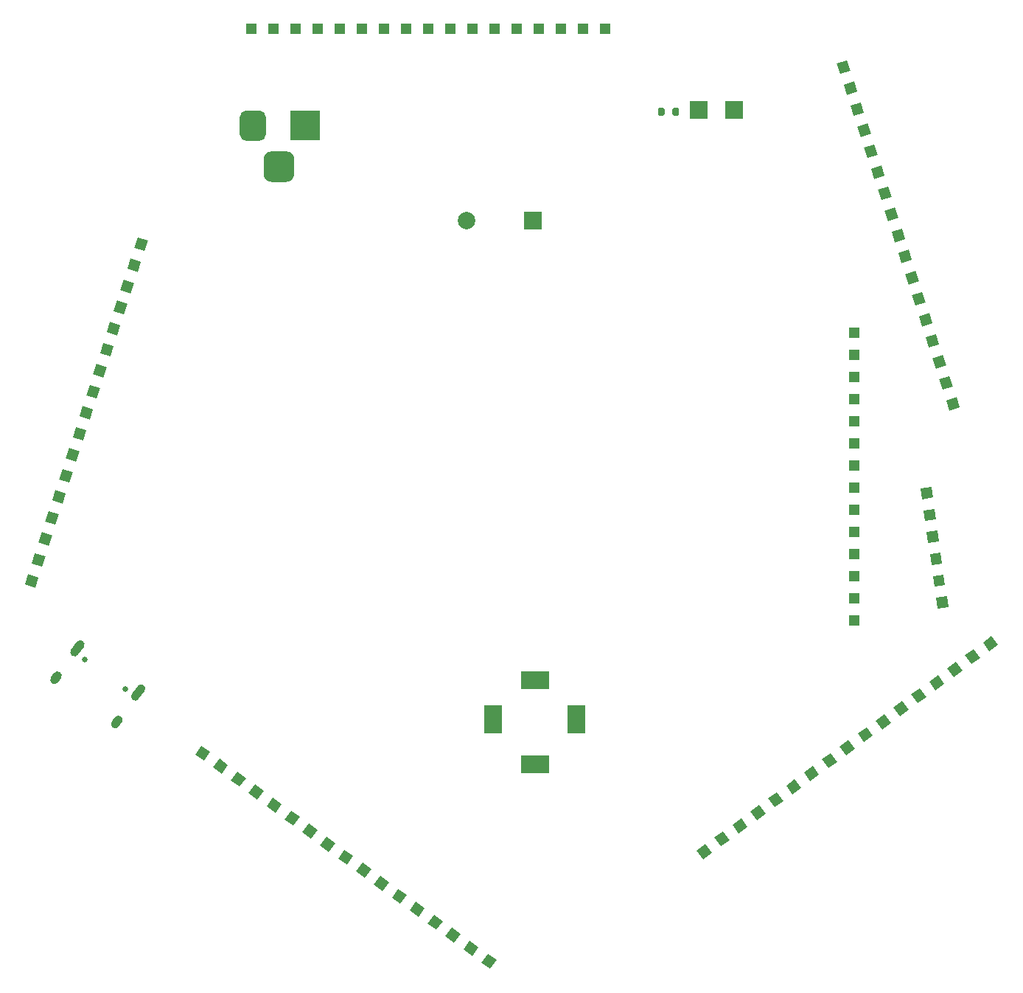
<source format=gbr>
%TF.GenerationSoftware,KiCad,Pcbnew,(5.1.7-0-10_14)*%
%TF.CreationDate,2021-04-06T14:52:43+02:00*%
%TF.ProjectId,Octogone_Sans_Regle,4f63746f-676f-46e6-955f-53616e735f52,rev?*%
%TF.SameCoordinates,Original*%
%TF.FileFunction,Soldermask,Top*%
%TF.FilePolarity,Negative*%
%FSLAX46Y46*%
G04 Gerber Fmt 4.6, Leading zero omitted, Abs format (unit mm)*
G04 Created by KiCad (PCBNEW (5.1.7-0-10_14)) date 2021-04-06 14:52:43*
%MOMM*%
%LPD*%
G01*
G04 APERTURE LIST*
%ADD10C,0.100000*%
%ADD11R,1.250000X1.250000*%
%ADD12C,0.650000*%
%ADD13R,2.000000X2.000000*%
%ADD14C,2.000000*%
%ADD15R,3.200000X2.000000*%
%ADD16R,2.000000X3.200000*%
%ADD17R,3.500000X3.500000*%
G04 APERTURE END LIST*
D10*
%TO.C,J2*%
G36*
X170665475Y-110348650D02*
G01*
X171903310Y-110174683D01*
X172077277Y-111412518D01*
X170839442Y-111586485D01*
X170665475Y-110348650D01*
G37*
G36*
X170311975Y-107833370D02*
G01*
X171549810Y-107659403D01*
X171723777Y-108897238D01*
X170485942Y-109071205D01*
X170311975Y-107833370D01*
G37*
G36*
X169958475Y-105318089D02*
G01*
X171196310Y-105144122D01*
X171370277Y-106381957D01*
X170132442Y-106555924D01*
X169958475Y-105318089D01*
G37*
G36*
X171372474Y-115379212D02*
G01*
X172610309Y-115205245D01*
X172784276Y-116443080D01*
X171546441Y-116617047D01*
X171372474Y-115379212D01*
G37*
G36*
X171725974Y-117894493D02*
G01*
X172963809Y-117720526D01*
X173137776Y-118958361D01*
X171899941Y-119132328D01*
X171725974Y-117894493D01*
G37*
G36*
X171018974Y-112863931D02*
G01*
X172256809Y-112689964D01*
X172430776Y-113927799D01*
X171192941Y-114101766D01*
X171018974Y-112863931D01*
G37*
%TD*%
%TO.C,P3*%
G36*
X121232323Y-159462552D02*
G01*
X120497592Y-160473823D01*
X119486321Y-159739092D01*
X120221052Y-158727821D01*
X121232323Y-159462552D01*
G37*
G36*
X119177420Y-157969577D02*
G01*
X118442689Y-158980848D01*
X117431418Y-158246117D01*
X118166149Y-157234846D01*
X119177420Y-157969577D01*
G37*
G36*
X117122517Y-156476603D02*
G01*
X116387786Y-157487874D01*
X115376515Y-156753143D01*
X116111246Y-155741872D01*
X117122517Y-156476603D01*
G37*
G36*
X115067614Y-154983628D02*
G01*
X114332883Y-155994899D01*
X113321612Y-155260168D01*
X114056343Y-154248897D01*
X115067614Y-154983628D01*
G37*
G36*
X113012710Y-153490654D02*
G01*
X112277979Y-154501925D01*
X111266708Y-153767194D01*
X112001439Y-152755923D01*
X113012710Y-153490654D01*
G37*
G36*
X110957807Y-151997679D02*
G01*
X110223076Y-153008950D01*
X109211805Y-152274219D01*
X109946536Y-151262948D01*
X110957807Y-151997679D01*
G37*
G36*
X108902904Y-150504705D02*
G01*
X108168173Y-151515976D01*
X107156902Y-150781245D01*
X107891633Y-149769974D01*
X108902904Y-150504705D01*
G37*
G36*
X106848001Y-149011730D02*
G01*
X106113270Y-150023001D01*
X105101999Y-149288270D01*
X105836730Y-148276999D01*
X106848001Y-149011730D01*
G37*
G36*
X104793098Y-147518756D02*
G01*
X104058367Y-148530027D01*
X103047096Y-147795296D01*
X103781827Y-146784025D01*
X104793098Y-147518756D01*
G37*
G36*
X102738195Y-146025781D02*
G01*
X102003464Y-147037052D01*
X100992193Y-146302321D01*
X101726924Y-145291050D01*
X102738195Y-146025781D01*
G37*
G36*
X100683291Y-144532807D02*
G01*
X99948560Y-145544078D01*
X98937289Y-144809347D01*
X99672020Y-143798076D01*
X100683291Y-144532807D01*
G37*
G36*
X98628388Y-143039832D02*
G01*
X97893657Y-144051103D01*
X96882386Y-143316372D01*
X97617117Y-142305101D01*
X98628388Y-143039832D01*
G37*
G36*
X96573485Y-141546858D02*
G01*
X95838754Y-142558129D01*
X94827483Y-141823398D01*
X95562214Y-140812127D01*
X96573485Y-141546858D01*
G37*
G36*
X94518582Y-140053883D02*
G01*
X93783851Y-141065154D01*
X92772580Y-140330423D01*
X93507311Y-139319152D01*
X94518582Y-140053883D01*
G37*
G36*
X92463679Y-138560908D02*
G01*
X91728948Y-139572179D01*
X90717677Y-138837448D01*
X91452408Y-137826177D01*
X92463679Y-138560908D01*
G37*
G36*
X90408776Y-137067934D02*
G01*
X89674045Y-138079205D01*
X88662774Y-137344474D01*
X89397505Y-136333203D01*
X90408776Y-137067934D01*
G37*
G36*
X88353872Y-135574959D02*
G01*
X87619141Y-136586230D01*
X86607870Y-135851499D01*
X87342601Y-134840228D01*
X88353872Y-135574959D01*
G37*
%TD*%
%TO.C,P1*%
G36*
X160332745Y-56576674D02*
G01*
X161521566Y-56190403D01*
X161907837Y-57379224D01*
X160719016Y-57765495D01*
X160332745Y-56576674D01*
G37*
G36*
X161117648Y-58992358D02*
G01*
X162306469Y-58606087D01*
X162692740Y-59794908D01*
X161503919Y-60181179D01*
X161117648Y-58992358D01*
G37*
G36*
X161902551Y-61408041D02*
G01*
X163091372Y-61021770D01*
X163477643Y-62210591D01*
X162288822Y-62596862D01*
X161902551Y-61408041D01*
G37*
G36*
X162687454Y-63823725D02*
G01*
X163876275Y-63437454D01*
X164262546Y-64626275D01*
X163073725Y-65012546D01*
X162687454Y-63823725D01*
G37*
G36*
X163472358Y-66239408D02*
G01*
X164661179Y-65853137D01*
X165047450Y-67041958D01*
X163858629Y-67428229D01*
X163472358Y-66239408D01*
G37*
G36*
X164257261Y-68655092D02*
G01*
X165446082Y-68268821D01*
X165832353Y-69457642D01*
X164643532Y-69843913D01*
X164257261Y-68655092D01*
G37*
G36*
X165042164Y-71070775D02*
G01*
X166230985Y-70684504D01*
X166617256Y-71873325D01*
X165428435Y-72259596D01*
X165042164Y-71070775D01*
G37*
G36*
X165827067Y-73486459D02*
G01*
X167015888Y-73100188D01*
X167402159Y-74289009D01*
X166213338Y-74675280D01*
X165827067Y-73486459D01*
G37*
G36*
X166611970Y-75902142D02*
G01*
X167800791Y-75515871D01*
X168187062Y-76704692D01*
X166998241Y-77090963D01*
X166611970Y-75902142D01*
G37*
G36*
X167396873Y-78317826D02*
G01*
X168585694Y-77931555D01*
X168971965Y-79120376D01*
X167783144Y-79506647D01*
X167396873Y-78317826D01*
G37*
G36*
X168181777Y-80733510D02*
G01*
X169370598Y-80347239D01*
X169756869Y-81536060D01*
X168568048Y-81922331D01*
X168181777Y-80733510D01*
G37*
G36*
X168966680Y-83149193D02*
G01*
X170155501Y-82762922D01*
X170541772Y-83951743D01*
X169352951Y-84338014D01*
X168966680Y-83149193D01*
G37*
G36*
X169751583Y-85564877D02*
G01*
X170940404Y-85178606D01*
X171326675Y-86367427D01*
X170137854Y-86753698D01*
X169751583Y-85564877D01*
G37*
G36*
X170536486Y-87980560D02*
G01*
X171725307Y-87594289D01*
X172111578Y-88783110D01*
X170922757Y-89169381D01*
X170536486Y-87980560D01*
G37*
G36*
X171321389Y-90396244D02*
G01*
X172510210Y-90009973D01*
X172896481Y-91198794D01*
X171707660Y-91585065D01*
X171321389Y-90396244D01*
G37*
G36*
X172106292Y-92811927D02*
G01*
X173295113Y-92425656D01*
X173681384Y-93614477D01*
X172492563Y-94000748D01*
X172106292Y-92811927D01*
G37*
G36*
X172891196Y-95227611D02*
G01*
X174080017Y-94841340D01*
X174466288Y-96030161D01*
X173277467Y-96416432D01*
X172891196Y-95227611D01*
G37*
%TD*%
D11*
%TO.C,P5*%
X93040000Y-52600000D03*
X95580000Y-52600000D03*
X98120000Y-52600000D03*
X100660000Y-52600000D03*
X103200000Y-52600000D03*
X105740000Y-52600000D03*
X108280000Y-52600000D03*
X110820000Y-52600000D03*
X113360000Y-52600000D03*
X115900000Y-52600000D03*
X118440000Y-52600000D03*
X120980000Y-52600000D03*
X123520000Y-52600000D03*
X126060000Y-52600000D03*
X128600000Y-52600000D03*
X131140000Y-52600000D03*
X133680000Y-52600000D03*
%TD*%
D10*
%TO.C,P4*%
G36*
X178122498Y-122267922D02*
G01*
X178857229Y-123279193D01*
X177845958Y-124013924D01*
X177111227Y-123002653D01*
X178122498Y-122267922D01*
G37*
G36*
X176067595Y-123760897D02*
G01*
X176802326Y-124772168D01*
X175791055Y-125506899D01*
X175056324Y-124495628D01*
X176067595Y-123760897D01*
G37*
G36*
X174012692Y-125253871D02*
G01*
X174747423Y-126265142D01*
X173736152Y-126999873D01*
X173001421Y-125988602D01*
X174012692Y-125253871D01*
G37*
G36*
X171957789Y-126746846D02*
G01*
X172692520Y-127758117D01*
X171681249Y-128492848D01*
X170946518Y-127481577D01*
X171957789Y-126746846D01*
G37*
G36*
X169902885Y-128239820D02*
G01*
X170637616Y-129251091D01*
X169626345Y-129985822D01*
X168891614Y-128974551D01*
X169902885Y-128239820D01*
G37*
G36*
X167847982Y-129732795D02*
G01*
X168582713Y-130744066D01*
X167571442Y-131478797D01*
X166836711Y-130467526D01*
X167847982Y-129732795D01*
G37*
G36*
X165793079Y-131225769D02*
G01*
X166527810Y-132237040D01*
X165516539Y-132971771D01*
X164781808Y-131960500D01*
X165793079Y-131225769D01*
G37*
G36*
X163738176Y-132718744D02*
G01*
X164472907Y-133730015D01*
X163461636Y-134464746D01*
X162726905Y-133453475D01*
X163738176Y-132718744D01*
G37*
G36*
X161683273Y-134211718D02*
G01*
X162418004Y-135222989D01*
X161406733Y-135957720D01*
X160672002Y-134946449D01*
X161683273Y-134211718D01*
G37*
G36*
X159628370Y-135704693D02*
G01*
X160363101Y-136715964D01*
X159351830Y-137450695D01*
X158617099Y-136439424D01*
X159628370Y-135704693D01*
G37*
G36*
X157573466Y-137197667D02*
G01*
X158308197Y-138208938D01*
X157296926Y-138943669D01*
X156562195Y-137932398D01*
X157573466Y-137197667D01*
G37*
G36*
X155518563Y-138690642D02*
G01*
X156253294Y-139701913D01*
X155242023Y-140436644D01*
X154507292Y-139425373D01*
X155518563Y-138690642D01*
G37*
G36*
X153463660Y-140183616D02*
G01*
X154198391Y-141194887D01*
X153187120Y-141929618D01*
X152452389Y-140918347D01*
X153463660Y-140183616D01*
G37*
G36*
X151408757Y-141676591D02*
G01*
X152143488Y-142687862D01*
X151132217Y-143422593D01*
X150397486Y-142411322D01*
X151408757Y-141676591D01*
G37*
G36*
X149353854Y-143169566D02*
G01*
X150088585Y-144180837D01*
X149077314Y-144915568D01*
X148342583Y-143904297D01*
X149353854Y-143169566D01*
G37*
G36*
X147298951Y-144662540D02*
G01*
X148033682Y-145673811D01*
X147022411Y-146408542D01*
X146287680Y-145397271D01*
X147298951Y-144662540D01*
G37*
G36*
X145244047Y-146155515D02*
G01*
X145978778Y-147166786D01*
X144967507Y-147901517D01*
X144232776Y-146890246D01*
X145244047Y-146155515D01*
G37*
%TD*%
%TO.C,P7*%
G36*
G01*
X71218716Y-127111424D02*
X70866044Y-127596834D01*
G75*
G02*
X70167643Y-127707449I-404508J293893D01*
G01*
X70167643Y-127707449D01*
G75*
G02*
X70057028Y-127009048I293893J404508D01*
G01*
X70409700Y-126523638D01*
G75*
G02*
X71108101Y-126413023I404508J-293893D01*
G01*
X71108101Y-126413023D01*
G75*
G02*
X71218716Y-127111424I-293893J-404508D01*
G01*
G37*
D12*
X73940183Y-124947856D03*
G36*
G01*
X78208623Y-132189888D02*
X77855951Y-132675298D01*
G75*
G02*
X77157550Y-132785913I-404508J293893D01*
G01*
X77157550Y-132785913D01*
G75*
G02*
X77046935Y-132087512I293893J404508D01*
G01*
X77399607Y-131602102D01*
G75*
G02*
X78098008Y-131491487I404508J-293893D01*
G01*
X78098008Y-131491487D01*
G75*
G02*
X78208623Y-132189888I-293893J-404508D01*
G01*
G37*
X78616301Y-128345255D03*
G36*
G01*
X80812511Y-128605943D02*
X80165947Y-129495861D01*
G75*
G02*
X79467546Y-129606476I-404508J293893D01*
G01*
X79467546Y-129606476D01*
G75*
G02*
X79356931Y-128908075I293893J404508D01*
G01*
X80003495Y-128018157D01*
G75*
G02*
X80701896Y-127907542I404508J-293893D01*
G01*
X80701896Y-127907542D01*
G75*
G02*
X80812511Y-128605943I-293893J-404508D01*
G01*
G37*
G36*
G01*
X73822604Y-123527479D02*
X73176040Y-124417397D01*
G75*
G02*
X72477639Y-124528012I-404508J293893D01*
G01*
X72477639Y-124528012D01*
G75*
G02*
X72367024Y-123829611I293893J404508D01*
G01*
X73013588Y-122939693D01*
G75*
G02*
X73711989Y-122829078I404508J-293893D01*
G01*
X73711989Y-122829078D01*
G75*
G02*
X73822604Y-123527479I-293893J-404508D01*
G01*
G37*
%TD*%
D10*
%TO.C,P2*%
G36*
X68244194Y-116755615D02*
G01*
X67055373Y-116369344D01*
X67441644Y-115180523D01*
X68630465Y-115566794D01*
X68244194Y-116755615D01*
G37*
G36*
X69029097Y-114339931D02*
G01*
X67840276Y-113953660D01*
X68226547Y-112764839D01*
X69415368Y-113151110D01*
X69029097Y-114339931D01*
G37*
G36*
X69814000Y-111924248D02*
G01*
X68625179Y-111537977D01*
X69011450Y-110349156D01*
X70200271Y-110735427D01*
X69814000Y-111924248D01*
G37*
G36*
X70598903Y-109508564D02*
G01*
X69410082Y-109122293D01*
X69796353Y-107933472D01*
X70985174Y-108319743D01*
X70598903Y-109508564D01*
G37*
G36*
X71383807Y-107092881D02*
G01*
X70194986Y-106706610D01*
X70581257Y-105517789D01*
X71770078Y-105904060D01*
X71383807Y-107092881D01*
G37*
G36*
X72168710Y-104677197D02*
G01*
X70979889Y-104290926D01*
X71366160Y-103102105D01*
X72554981Y-103488376D01*
X72168710Y-104677197D01*
G37*
G36*
X72953613Y-102261514D02*
G01*
X71764792Y-101875243D01*
X72151063Y-100686422D01*
X73339884Y-101072693D01*
X72953613Y-102261514D01*
G37*
G36*
X73738516Y-99845830D02*
G01*
X72549695Y-99459559D01*
X72935966Y-98270738D01*
X74124787Y-98657009D01*
X73738516Y-99845830D01*
G37*
G36*
X74523419Y-97430147D02*
G01*
X73334598Y-97043876D01*
X73720869Y-95855055D01*
X74909690Y-96241326D01*
X74523419Y-97430147D01*
G37*
G36*
X75308322Y-95014463D02*
G01*
X74119501Y-94628192D01*
X74505772Y-93439371D01*
X75694593Y-93825642D01*
X75308322Y-95014463D01*
G37*
G36*
X76093226Y-92598779D02*
G01*
X74904405Y-92212508D01*
X75290676Y-91023687D01*
X76479497Y-91409958D01*
X76093226Y-92598779D01*
G37*
G36*
X76878129Y-90183096D02*
G01*
X75689308Y-89796825D01*
X76075579Y-88608004D01*
X77264400Y-88994275D01*
X76878129Y-90183096D01*
G37*
G36*
X77663032Y-87767412D02*
G01*
X76474211Y-87381141D01*
X76860482Y-86192320D01*
X78049303Y-86578591D01*
X77663032Y-87767412D01*
G37*
G36*
X78447935Y-85351729D02*
G01*
X77259114Y-84965458D01*
X77645385Y-83776637D01*
X78834206Y-84162908D01*
X78447935Y-85351729D01*
G37*
G36*
X79232838Y-82936045D02*
G01*
X78044017Y-82549774D01*
X78430288Y-81360953D01*
X79619109Y-81747224D01*
X79232838Y-82936045D01*
G37*
G36*
X80017741Y-80520362D02*
G01*
X78828920Y-80134091D01*
X79215191Y-78945270D01*
X80404012Y-79331541D01*
X80017741Y-80520362D01*
G37*
G36*
X80802645Y-78104678D02*
G01*
X79613824Y-77718407D01*
X80000095Y-76529586D01*
X81188916Y-76915857D01*
X80802645Y-78104678D01*
G37*
%TD*%
%TO.C,R11*%
G36*
G01*
X139775000Y-62375000D02*
X139775000Y-61825000D01*
G75*
G02*
X139975000Y-61625000I200000J0D01*
G01*
X140375000Y-61625000D01*
G75*
G02*
X140575000Y-61825000I0J-200000D01*
G01*
X140575000Y-62375000D01*
G75*
G02*
X140375000Y-62575000I-200000J0D01*
G01*
X139975000Y-62575000D01*
G75*
G02*
X139775000Y-62375000I0J200000D01*
G01*
G37*
G36*
G01*
X141425000Y-62375000D02*
X141425000Y-61825000D01*
G75*
G02*
X141625000Y-61625000I200000J0D01*
G01*
X142025000Y-61625000D01*
G75*
G02*
X142225000Y-61825000I0J-200000D01*
G01*
X142225000Y-62375000D01*
G75*
G02*
X142025000Y-62575000I-200000J0D01*
G01*
X141625000Y-62575000D01*
G75*
G02*
X141425000Y-62375000I0J200000D01*
G01*
G37*
%TD*%
D13*
%TO.C,BZ1*%
X125400000Y-74550000D03*
D14*
X117800000Y-74550000D03*
%TD*%
D13*
%TO.C,SW1*%
X144500000Y-61850000D03*
X148500000Y-61850000D03*
%TD*%
D15*
%TO.C,SW2*%
X125650000Y-127350000D03*
X125650000Y-136950000D03*
D16*
X120850000Y-131850000D03*
X130450000Y-131850000D03*
%TD*%
D17*
%TO.C,J1*%
X99250000Y-63700000D03*
G36*
G01*
X91750000Y-64700000D02*
X91750000Y-62700000D01*
G75*
G02*
X92500000Y-61950000I750000J0D01*
G01*
X94000000Y-61950000D01*
G75*
G02*
X94750000Y-62700000I0J-750000D01*
G01*
X94750000Y-64700000D01*
G75*
G02*
X94000000Y-65450000I-750000J0D01*
G01*
X92500000Y-65450000D01*
G75*
G02*
X91750000Y-64700000I0J750000D01*
G01*
G37*
G36*
G01*
X94500000Y-69275000D02*
X94500000Y-67525000D01*
G75*
G02*
X95375000Y-66650000I875000J0D01*
G01*
X97125000Y-66650000D01*
G75*
G02*
X98000000Y-67525000I0J-875000D01*
G01*
X98000000Y-69275000D01*
G75*
G02*
X97125000Y-70150000I-875000J0D01*
G01*
X95375000Y-70150000D01*
G75*
G02*
X94500000Y-69275000I0J875000D01*
G01*
G37*
%TD*%
D11*
%TO.C,U2*%
X162300000Y-102740000D03*
X162300000Y-107820000D03*
X162300000Y-115440000D03*
X162300000Y-90040000D03*
X162300000Y-112900000D03*
X162300000Y-92580000D03*
X162300000Y-110360000D03*
X162300000Y-95120000D03*
X162300000Y-100200000D03*
X162300000Y-105280000D03*
X162300000Y-87500000D03*
X162300000Y-120520000D03*
X162300000Y-117980000D03*
X162300000Y-97660000D03*
%TD*%
M02*

</source>
